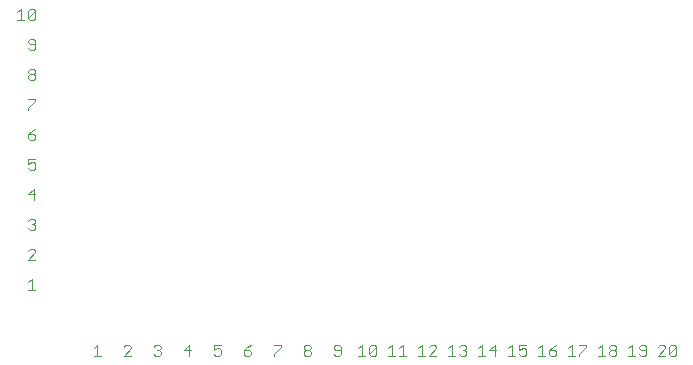
<source format=gko>
G75*
%MOIN*%
%OFA0B0*%
%FSLAX25Y25*%
%IPPOS*%
%LPD*%
%AMOC8*
5,1,8,0,0,1.08239X$1,22.5*
%
%ADD10C,0.00300*%
D10*
X0028008Y0016487D02*
X0030477Y0016487D01*
X0029242Y0016487D02*
X0029242Y0020190D01*
X0028008Y0018956D01*
X0038008Y0019573D02*
X0038625Y0020190D01*
X0039860Y0020190D01*
X0040477Y0019573D01*
X0040477Y0018956D01*
X0038008Y0016487D01*
X0040477Y0016487D01*
X0048008Y0017104D02*
X0048625Y0016487D01*
X0049860Y0016487D01*
X0050477Y0017104D01*
X0050477Y0017721D01*
X0049860Y0018339D01*
X0049242Y0018339D01*
X0049860Y0018339D02*
X0050477Y0018956D01*
X0050477Y0019573D01*
X0049860Y0020190D01*
X0048625Y0020190D01*
X0048008Y0019573D01*
X0058008Y0018339D02*
X0060477Y0018339D01*
X0059860Y0020190D02*
X0059860Y0016487D01*
X0058008Y0018339D02*
X0059860Y0020190D01*
X0068008Y0020190D02*
X0068008Y0018339D01*
X0069242Y0018956D01*
X0069860Y0018956D01*
X0070477Y0018339D01*
X0070477Y0017104D01*
X0069860Y0016487D01*
X0068625Y0016487D01*
X0068008Y0017104D01*
X0068008Y0020190D02*
X0070477Y0020190D01*
X0078008Y0018339D02*
X0078008Y0017104D01*
X0078625Y0016487D01*
X0079860Y0016487D01*
X0080477Y0017104D01*
X0080477Y0017721D01*
X0079860Y0018339D01*
X0078008Y0018339D01*
X0079242Y0019573D01*
X0080477Y0020190D01*
X0088008Y0020190D02*
X0090477Y0020190D01*
X0090477Y0019573D01*
X0088008Y0017104D01*
X0088008Y0016487D01*
X0098008Y0017104D02*
X0098008Y0017721D01*
X0098625Y0018339D01*
X0099860Y0018339D01*
X0100477Y0017721D01*
X0100477Y0017104D01*
X0099860Y0016487D01*
X0098625Y0016487D01*
X0098008Y0017104D01*
X0098625Y0018339D02*
X0098008Y0018956D01*
X0098008Y0019573D01*
X0098625Y0020190D01*
X0099860Y0020190D01*
X0100477Y0019573D01*
X0100477Y0018956D01*
X0099860Y0018339D01*
X0108008Y0018956D02*
X0108625Y0018339D01*
X0110477Y0018339D01*
X0110477Y0019573D02*
X0110477Y0017104D01*
X0109860Y0016487D01*
X0108625Y0016487D01*
X0108008Y0017104D01*
X0108008Y0018956D02*
X0108008Y0019573D01*
X0108625Y0020190D01*
X0109860Y0020190D01*
X0110477Y0019573D01*
X0116166Y0018956D02*
X0117401Y0020190D01*
X0117401Y0016487D01*
X0118635Y0016487D02*
X0116166Y0016487D01*
X0119850Y0017104D02*
X0119850Y0019573D01*
X0120467Y0020190D01*
X0121701Y0020190D01*
X0122318Y0019573D01*
X0119850Y0017104D01*
X0120467Y0016487D01*
X0121701Y0016487D01*
X0122318Y0017104D01*
X0122318Y0019573D01*
X0126166Y0018956D02*
X0127401Y0020190D01*
X0127401Y0016487D01*
X0128635Y0016487D02*
X0126166Y0016487D01*
X0129850Y0016487D02*
X0132318Y0016487D01*
X0131084Y0016487D02*
X0131084Y0020190D01*
X0129850Y0018956D01*
X0136166Y0018956D02*
X0137401Y0020190D01*
X0137401Y0016487D01*
X0138635Y0016487D02*
X0136166Y0016487D01*
X0139850Y0016487D02*
X0142318Y0018956D01*
X0142318Y0019573D01*
X0141701Y0020190D01*
X0140467Y0020190D01*
X0139850Y0019573D01*
X0139850Y0016487D02*
X0142318Y0016487D01*
X0146166Y0016487D02*
X0148635Y0016487D01*
X0147401Y0016487D02*
X0147401Y0020190D01*
X0146166Y0018956D01*
X0149850Y0019573D02*
X0150467Y0020190D01*
X0151701Y0020190D01*
X0152318Y0019573D01*
X0152318Y0018956D01*
X0151701Y0018339D01*
X0152318Y0017721D01*
X0152318Y0017104D01*
X0151701Y0016487D01*
X0150467Y0016487D01*
X0149850Y0017104D01*
X0151084Y0018339D02*
X0151701Y0018339D01*
X0156166Y0018956D02*
X0157401Y0020190D01*
X0157401Y0016487D01*
X0158635Y0016487D02*
X0156166Y0016487D01*
X0159850Y0018339D02*
X0162318Y0018339D01*
X0161701Y0020190D02*
X0161701Y0016487D01*
X0159850Y0018339D02*
X0161701Y0020190D01*
X0166166Y0018956D02*
X0167401Y0020190D01*
X0167401Y0016487D01*
X0168635Y0016487D02*
X0166166Y0016487D01*
X0169850Y0017104D02*
X0170467Y0016487D01*
X0171701Y0016487D01*
X0172318Y0017104D01*
X0172318Y0018339D01*
X0171701Y0018956D01*
X0171084Y0018956D01*
X0169850Y0018339D01*
X0169850Y0020190D01*
X0172318Y0020190D01*
X0176166Y0018956D02*
X0177401Y0020190D01*
X0177401Y0016487D01*
X0178635Y0016487D02*
X0176166Y0016487D01*
X0179850Y0017104D02*
X0179850Y0018339D01*
X0181701Y0018339D01*
X0182318Y0017721D01*
X0182318Y0017104D01*
X0181701Y0016487D01*
X0180467Y0016487D01*
X0179850Y0017104D01*
X0179850Y0018339D02*
X0181084Y0019573D01*
X0182318Y0020190D01*
X0186166Y0018956D02*
X0187401Y0020190D01*
X0187401Y0016487D01*
X0188635Y0016487D02*
X0186166Y0016487D01*
X0189850Y0016487D02*
X0189850Y0017104D01*
X0192318Y0019573D01*
X0192318Y0020190D01*
X0189850Y0020190D01*
X0196166Y0018956D02*
X0197401Y0020190D01*
X0197401Y0016487D01*
X0198635Y0016487D02*
X0196166Y0016487D01*
X0199850Y0017104D02*
X0199850Y0017721D01*
X0200467Y0018339D01*
X0201701Y0018339D01*
X0202318Y0017721D01*
X0202318Y0017104D01*
X0201701Y0016487D01*
X0200467Y0016487D01*
X0199850Y0017104D01*
X0200467Y0018339D02*
X0199850Y0018956D01*
X0199850Y0019573D01*
X0200467Y0020190D01*
X0201701Y0020190D01*
X0202318Y0019573D01*
X0202318Y0018956D01*
X0201701Y0018339D01*
X0206166Y0018956D02*
X0207401Y0020190D01*
X0207401Y0016487D01*
X0208635Y0016487D02*
X0206166Y0016487D01*
X0209850Y0017104D02*
X0210467Y0016487D01*
X0211701Y0016487D01*
X0212318Y0017104D01*
X0212318Y0019573D01*
X0211701Y0020190D01*
X0210467Y0020190D01*
X0209850Y0019573D01*
X0209850Y0018956D01*
X0210467Y0018339D01*
X0212318Y0018339D01*
X0216166Y0019573D02*
X0216784Y0020190D01*
X0218018Y0020190D01*
X0218635Y0019573D01*
X0218635Y0018956D01*
X0216166Y0016487D01*
X0218635Y0016487D01*
X0219850Y0017104D02*
X0222318Y0019573D01*
X0222318Y0017104D01*
X0221701Y0016487D01*
X0220467Y0016487D01*
X0219850Y0017104D01*
X0219850Y0019573D01*
X0220467Y0020190D01*
X0221701Y0020190D01*
X0222318Y0019573D01*
X0008635Y0038487D02*
X0006166Y0038487D01*
X0007401Y0038487D02*
X0007401Y0042190D01*
X0006166Y0040956D01*
X0006166Y0048487D02*
X0008635Y0050956D01*
X0008635Y0051573D01*
X0008018Y0052190D01*
X0006784Y0052190D01*
X0006166Y0051573D01*
X0006166Y0048487D02*
X0008635Y0048487D01*
X0008018Y0058487D02*
X0006784Y0058487D01*
X0006166Y0059104D01*
X0007401Y0060339D02*
X0008018Y0060339D01*
X0008635Y0059721D01*
X0008635Y0059104D01*
X0008018Y0058487D01*
X0008018Y0060339D02*
X0008635Y0060956D01*
X0008635Y0061573D01*
X0008018Y0062190D01*
X0006784Y0062190D01*
X0006166Y0061573D01*
X0008018Y0068487D02*
X0008018Y0072190D01*
X0006166Y0070339D01*
X0008635Y0070339D01*
X0008018Y0078487D02*
X0006784Y0078487D01*
X0006166Y0079104D01*
X0006166Y0080339D02*
X0007401Y0080956D01*
X0008018Y0080956D01*
X0008635Y0080339D01*
X0008635Y0079104D01*
X0008018Y0078487D01*
X0006166Y0080339D02*
X0006166Y0082190D01*
X0008635Y0082190D01*
X0008018Y0088487D02*
X0008635Y0089104D01*
X0008635Y0089721D01*
X0008018Y0090339D01*
X0006166Y0090339D01*
X0006166Y0089104D01*
X0006784Y0088487D01*
X0008018Y0088487D01*
X0006166Y0090339D02*
X0007401Y0091573D01*
X0008635Y0092190D01*
X0006166Y0098487D02*
X0006166Y0099104D01*
X0008635Y0101573D01*
X0008635Y0102190D01*
X0006166Y0102190D01*
X0006784Y0108487D02*
X0006166Y0109104D01*
X0006166Y0109721D01*
X0006784Y0110339D01*
X0008018Y0110339D01*
X0008635Y0109721D01*
X0008635Y0109104D01*
X0008018Y0108487D01*
X0006784Y0108487D01*
X0006784Y0110339D02*
X0006166Y0110956D01*
X0006166Y0111573D01*
X0006784Y0112190D01*
X0008018Y0112190D01*
X0008635Y0111573D01*
X0008635Y0110956D01*
X0008018Y0110339D01*
X0008018Y0118487D02*
X0008635Y0119104D01*
X0008635Y0121573D01*
X0008018Y0122190D01*
X0006784Y0122190D01*
X0006166Y0121573D01*
X0006166Y0120956D01*
X0006784Y0120339D01*
X0008635Y0120339D01*
X0006784Y0118487D02*
X0006166Y0119104D01*
X0006784Y0118487D02*
X0008018Y0118487D01*
X0008018Y0128487D02*
X0006784Y0128487D01*
X0006166Y0129104D01*
X0008635Y0131573D01*
X0008635Y0129104D01*
X0008018Y0128487D01*
X0006166Y0129104D02*
X0006166Y0131573D01*
X0006784Y0132190D01*
X0008018Y0132190D01*
X0008635Y0131573D01*
X0004952Y0128487D02*
X0002483Y0128487D01*
X0003718Y0128487D02*
X0003718Y0132190D01*
X0002483Y0130956D01*
M02*

</source>
